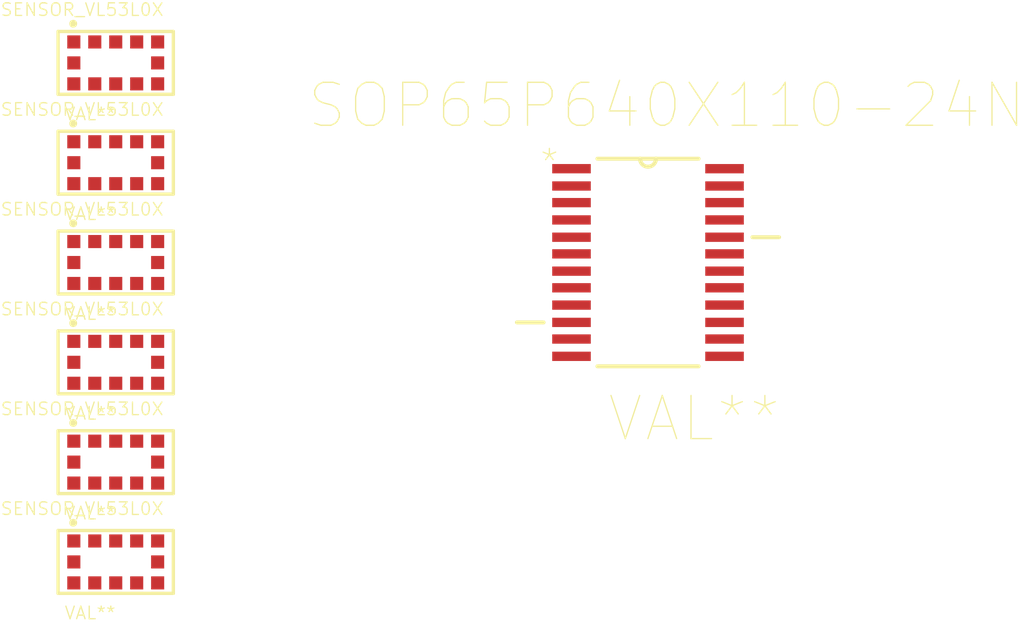
<source format=kicad_pcb>
(kicad_pcb (version 20171130) (host pcbnew 5.0.1-33cea8e~67~ubuntu16.04.1)

  (general
    (thickness 1.6)
    (drawings 0)
    (tracks 0)
    (zones 0)
    (modules 7)
    (nets 1)
  )

  (page A4)
  (layers
    (0 F.Cu signal)
    (31 B.Cu signal)
    (32 B.Adhes user)
    (33 F.Adhes user)
    (34 B.Paste user)
    (35 F.Paste user)
    (36 B.SilkS user)
    (37 F.SilkS user)
    (38 B.Mask user)
    (39 F.Mask user)
    (40 Dwgs.User user)
    (41 Cmts.User user)
    (42 Eco1.User user)
    (43 Eco2.User user)
    (44 Edge.Cuts user)
    (45 Margin user)
    (46 B.CrtYd user)
    (47 F.CrtYd user)
    (48 B.Fab user)
    (49 F.Fab user)
  )

  (setup
    (last_trace_width 0.25)
    (trace_clearance 0.2)
    (zone_clearance 0.508)
    (zone_45_only no)
    (trace_min 0.2)
    (segment_width 0.2)
    (edge_width 0.15)
    (via_size 0.8)
    (via_drill 0.4)
    (via_min_size 0.4)
    (via_min_drill 0.3)
    (uvia_size 0.3)
    (uvia_drill 0.1)
    (uvias_allowed no)
    (uvia_min_size 0.2)
    (uvia_min_drill 0.1)
    (pcb_text_width 0.3)
    (pcb_text_size 1.5 1.5)
    (mod_edge_width 0.15)
    (mod_text_size 1 1)
    (mod_text_width 0.15)
    (pad_size 1.524 1.524)
    (pad_drill 0.762)
    (pad_to_mask_clearance 0.051)
    (solder_mask_min_width 0.25)
    (aux_axis_origin 0 0)
    (visible_elements FFFFFF7F)
    (pcbplotparams
      (layerselection 0x010fc_ffffffff)
      (usegerberextensions false)
      (usegerberattributes false)
      (usegerberadvancedattributes false)
      (creategerberjobfile false)
      (excludeedgelayer true)
      (linewidth 0.100000)
      (plotframeref false)
      (viasonmask false)
      (mode 1)
      (useauxorigin false)
      (hpglpennumber 1)
      (hpglpenspeed 20)
      (hpglpendiameter 15.000000)
      (psnegative false)
      (psa4output false)
      (plotreference true)
      (plotvalue true)
      (plotinvisibletext false)
      (padsonsilk false)
      (subtractmaskfromsilk false)
      (outputformat 1)
      (mirror false)
      (drillshape 1)
      (scaleselection 1)
      (outputdirectory ""))
  )

  (net 0 "")

  (net_class Default "This is the default net class."
    (clearance 0.2)
    (trace_width 0.25)
    (via_dia 0.8)
    (via_drill 0.4)
    (uvia_dia 0.3)
    (uvia_drill 0.1)
  )

  (module VL53L0X:SENSOR_VL53L0X (layer F.Cu) (tedit 0) (tstamp 5BEE6B10)
    (at 74.93 138.43)
    (attr smd)
    (fp_text reference SENSOR_VL53L0X (at -1.28125 -2.03251) (layer F.SilkS)
      (effects (font (size 0.480166 0.480166) (thickness 0.05)))
    )
    (fp_text value VAL** (at -0.977287 1.94777) (layer F.SilkS)
      (effects (font (size 0.480634 0.480634) (thickness 0.05)))
    )
    (fp_line (start 2.2 1.2) (end 2.2 -1.2) (layer Dwgs.User) (width 0.127))
    (fp_line (start 2.2 -1.2) (end -2.2 -1.2) (layer Dwgs.User) (width 0.127))
    (fp_line (start -2.2 -1.2) (end -2.2 1.2) (layer Dwgs.User) (width 0.127))
    (fp_line (start -2.2 1.2) (end 2.2 1.2) (layer Dwgs.User) (width 0.127))
    (fp_line (start 2.2 1.2) (end 2.2 -1.2) (layer F.SilkS) (width 0.127))
    (fp_line (start 2.2 -1.2) (end -2.2 -1.2) (layer F.SilkS) (width 0.127))
    (fp_line (start -2.2 -1.2) (end -2.2 1.2) (layer F.SilkS) (width 0.127))
    (fp_line (start -2.2 1.2) (end 2.2 1.2) (layer F.SilkS) (width 0.127))
    (fp_line (start 2.45 1.45) (end 2.45 -1.45) (layer Eco1.User) (width 0.05))
    (fp_line (start 2.45 -1.45) (end -2.45 -1.45) (layer Eco1.User) (width 0.05))
    (fp_line (start -2.45 -1.45) (end -2.45 1.45) (layer Eco1.User) (width 0.05))
    (fp_line (start -2.45 1.45) (end 2.45 1.45) (layer Eco1.User) (width 0.05))
    (fp_circle (center -1.623 -1.496) (end -1.548 -1.496) (layer F.SilkS) (width 0.15))
    (pad 1 smd rect (at -1.6 -0.8 180) (size 0.5 0.5) (layers F.Cu F.Paste F.Mask))
    (pad 2 smd rect (at -0.8 -0.8 180) (size 0.5 0.5) (layers F.Cu F.Paste F.Mask))
    (pad 3 smd rect (at 0 -0.8 180) (size 0.5 0.5) (layers F.Cu F.Paste F.Mask))
    (pad 4 smd rect (at 0.8 -0.8 180) (size 0.5 0.5) (layers F.Cu F.Paste F.Mask))
    (pad 5 smd rect (at 1.6 -0.8 180) (size 0.5 0.5) (layers F.Cu F.Paste F.Mask))
    (pad 6 smd rect (at 1.6 0 180) (size 0.5 0.5) (layers F.Cu F.Paste F.Mask))
    (pad 7 smd rect (at 1.6 0.8 180) (size 0.5 0.5) (layers F.Cu F.Paste F.Mask))
    (pad 8 smd rect (at 0.8 0.8 180) (size 0.5 0.5) (layers F.Cu F.Paste F.Mask))
    (pad 9 smd rect (at 0 0.8 180) (size 0.5 0.5) (layers F.Cu F.Paste F.Mask))
    (pad 10 smd rect (at -0.8 0.8 180) (size 0.5 0.5) (layers F.Cu F.Paste F.Mask))
    (pad 11 smd rect (at -1.6 0.8 180) (size 0.5 0.5) (layers F.Cu F.Paste F.Mask))
    (pad 12 smd rect (at -1.6 0 180) (size 0.5 0.5) (layers F.Cu F.Paste F.Mask))
  )

  (module VL53L0X:SENSOR_VL53L0X (layer F.Cu) (tedit 0) (tstamp 5BE63E78)
    (at 74.93 119.38)
    (attr smd)
    (fp_text reference SENSOR_VL53L0X (at -1.28125 -2.03251) (layer F.SilkS)
      (effects (font (size 0.480166 0.480166) (thickness 0.05)))
    )
    (fp_text value VAL** (at -0.977287 1.94777) (layer F.SilkS)
      (effects (font (size 0.480634 0.480634) (thickness 0.05)))
    )
    (fp_circle (center -1.623 -1.496) (end -1.548 -1.496) (layer F.SilkS) (width 0.15))
    (fp_line (start -2.45 1.45) (end 2.45 1.45) (layer Eco1.User) (width 0.05))
    (fp_line (start -2.45 -1.45) (end -2.45 1.45) (layer Eco1.User) (width 0.05))
    (fp_line (start 2.45 -1.45) (end -2.45 -1.45) (layer Eco1.User) (width 0.05))
    (fp_line (start 2.45 1.45) (end 2.45 -1.45) (layer Eco1.User) (width 0.05))
    (fp_line (start -2.2 1.2) (end 2.2 1.2) (layer F.SilkS) (width 0.127))
    (fp_line (start -2.2 -1.2) (end -2.2 1.2) (layer F.SilkS) (width 0.127))
    (fp_line (start 2.2 -1.2) (end -2.2 -1.2) (layer F.SilkS) (width 0.127))
    (fp_line (start 2.2 1.2) (end 2.2 -1.2) (layer F.SilkS) (width 0.127))
    (fp_line (start -2.2 1.2) (end 2.2 1.2) (layer Dwgs.User) (width 0.127))
    (fp_line (start -2.2 -1.2) (end -2.2 1.2) (layer Dwgs.User) (width 0.127))
    (fp_line (start 2.2 -1.2) (end -2.2 -1.2) (layer Dwgs.User) (width 0.127))
    (fp_line (start 2.2 1.2) (end 2.2 -1.2) (layer Dwgs.User) (width 0.127))
    (pad 12 smd rect (at -1.6 0 180) (size 0.5 0.5) (layers F.Cu F.Paste F.Mask))
    (pad 11 smd rect (at -1.6 0.8 180) (size 0.5 0.5) (layers F.Cu F.Paste F.Mask))
    (pad 10 smd rect (at -0.8 0.8 180) (size 0.5 0.5) (layers F.Cu F.Paste F.Mask))
    (pad 9 smd rect (at 0 0.8 180) (size 0.5 0.5) (layers F.Cu F.Paste F.Mask))
    (pad 8 smd rect (at 0.8 0.8 180) (size 0.5 0.5) (layers F.Cu F.Paste F.Mask))
    (pad 7 smd rect (at 1.6 0.8 180) (size 0.5 0.5) (layers F.Cu F.Paste F.Mask))
    (pad 6 smd rect (at 1.6 0 180) (size 0.5 0.5) (layers F.Cu F.Paste F.Mask))
    (pad 5 smd rect (at 1.6 -0.8 180) (size 0.5 0.5) (layers F.Cu F.Paste F.Mask))
    (pad 4 smd rect (at 0.8 -0.8 180) (size 0.5 0.5) (layers F.Cu F.Paste F.Mask))
    (pad 3 smd rect (at 0 -0.8 180) (size 0.5 0.5) (layers F.Cu F.Paste F.Mask))
    (pad 2 smd rect (at -0.8 -0.8 180) (size 0.5 0.5) (layers F.Cu F.Paste F.Mask))
    (pad 1 smd rect (at -1.6 -0.8 180) (size 0.5 0.5) (layers F.Cu F.Paste F.Mask))
  )

  (module VL53L0X:SENSOR_VL53L0X (layer F.Cu) (tedit 0) (tstamp 5BE63EB1)
    (at 74.93 123.19)
    (attr smd)
    (fp_text reference SENSOR_VL53L0X (at -1.28125 -2.03251) (layer F.SilkS)
      (effects (font (size 0.480166 0.480166) (thickness 0.05)))
    )
    (fp_text value VAL** (at -0.977287 1.94777) (layer F.SilkS)
      (effects (font (size 0.480634 0.480634) (thickness 0.05)))
    )
    (fp_circle (center -1.623 -1.496) (end -1.548 -1.496) (layer F.SilkS) (width 0.15))
    (fp_line (start -2.45 1.45) (end 2.45 1.45) (layer Eco1.User) (width 0.05))
    (fp_line (start -2.45 -1.45) (end -2.45 1.45) (layer Eco1.User) (width 0.05))
    (fp_line (start 2.45 -1.45) (end -2.45 -1.45) (layer Eco1.User) (width 0.05))
    (fp_line (start 2.45 1.45) (end 2.45 -1.45) (layer Eco1.User) (width 0.05))
    (fp_line (start -2.2 1.2) (end 2.2 1.2) (layer F.SilkS) (width 0.127))
    (fp_line (start -2.2 -1.2) (end -2.2 1.2) (layer F.SilkS) (width 0.127))
    (fp_line (start 2.2 -1.2) (end -2.2 -1.2) (layer F.SilkS) (width 0.127))
    (fp_line (start 2.2 1.2) (end 2.2 -1.2) (layer F.SilkS) (width 0.127))
    (fp_line (start -2.2 1.2) (end 2.2 1.2) (layer Dwgs.User) (width 0.127))
    (fp_line (start -2.2 -1.2) (end -2.2 1.2) (layer Dwgs.User) (width 0.127))
    (fp_line (start 2.2 -1.2) (end -2.2 -1.2) (layer Dwgs.User) (width 0.127))
    (fp_line (start 2.2 1.2) (end 2.2 -1.2) (layer Dwgs.User) (width 0.127))
    (pad 12 smd rect (at -1.6 0 180) (size 0.5 0.5) (layers F.Cu F.Paste F.Mask))
    (pad 11 smd rect (at -1.6 0.8 180) (size 0.5 0.5) (layers F.Cu F.Paste F.Mask))
    (pad 10 smd rect (at -0.8 0.8 180) (size 0.5 0.5) (layers F.Cu F.Paste F.Mask))
    (pad 9 smd rect (at 0 0.8 180) (size 0.5 0.5) (layers F.Cu F.Paste F.Mask))
    (pad 8 smd rect (at 0.8 0.8 180) (size 0.5 0.5) (layers F.Cu F.Paste F.Mask))
    (pad 7 smd rect (at 1.6 0.8 180) (size 0.5 0.5) (layers F.Cu F.Paste F.Mask))
    (pad 6 smd rect (at 1.6 0 180) (size 0.5 0.5) (layers F.Cu F.Paste F.Mask))
    (pad 5 smd rect (at 1.6 -0.8 180) (size 0.5 0.5) (layers F.Cu F.Paste F.Mask))
    (pad 4 smd rect (at 0.8 -0.8 180) (size 0.5 0.5) (layers F.Cu F.Paste F.Mask))
    (pad 3 smd rect (at 0 -0.8 180) (size 0.5 0.5) (layers F.Cu F.Paste F.Mask))
    (pad 2 smd rect (at -0.8 -0.8 180) (size 0.5 0.5) (layers F.Cu F.Paste F.Mask))
    (pad 1 smd rect (at -1.6 -0.8 180) (size 0.5 0.5) (layers F.Cu F.Paste F.Mask))
  )

  (module VL53L0X:SENSOR_VL53L0X (layer F.Cu) (tedit 0) (tstamp 5BE63EEA)
    (at 74.93 127)
    (attr smd)
    (fp_text reference SENSOR_VL53L0X (at -1.28125 -2.03251) (layer F.SilkS)
      (effects (font (size 0.480166 0.480166) (thickness 0.05)))
    )
    (fp_text value VAL** (at -0.977287 1.94777) (layer F.SilkS)
      (effects (font (size 0.480634 0.480634) (thickness 0.05)))
    )
    (fp_circle (center -1.623 -1.496) (end -1.548 -1.496) (layer F.SilkS) (width 0.15))
    (fp_line (start -2.45 1.45) (end 2.45 1.45) (layer Eco1.User) (width 0.05))
    (fp_line (start -2.45 -1.45) (end -2.45 1.45) (layer Eco1.User) (width 0.05))
    (fp_line (start 2.45 -1.45) (end -2.45 -1.45) (layer Eco1.User) (width 0.05))
    (fp_line (start 2.45 1.45) (end 2.45 -1.45) (layer Eco1.User) (width 0.05))
    (fp_line (start -2.2 1.2) (end 2.2 1.2) (layer F.SilkS) (width 0.127))
    (fp_line (start -2.2 -1.2) (end -2.2 1.2) (layer F.SilkS) (width 0.127))
    (fp_line (start 2.2 -1.2) (end -2.2 -1.2) (layer F.SilkS) (width 0.127))
    (fp_line (start 2.2 1.2) (end 2.2 -1.2) (layer F.SilkS) (width 0.127))
    (fp_line (start -2.2 1.2) (end 2.2 1.2) (layer Dwgs.User) (width 0.127))
    (fp_line (start -2.2 -1.2) (end -2.2 1.2) (layer Dwgs.User) (width 0.127))
    (fp_line (start 2.2 -1.2) (end -2.2 -1.2) (layer Dwgs.User) (width 0.127))
    (fp_line (start 2.2 1.2) (end 2.2 -1.2) (layer Dwgs.User) (width 0.127))
    (pad 12 smd rect (at -1.6 0 180) (size 0.5 0.5) (layers F.Cu F.Paste F.Mask))
    (pad 11 smd rect (at -1.6 0.8 180) (size 0.5 0.5) (layers F.Cu F.Paste F.Mask))
    (pad 10 smd rect (at -0.8 0.8 180) (size 0.5 0.5) (layers F.Cu F.Paste F.Mask))
    (pad 9 smd rect (at 0 0.8 180) (size 0.5 0.5) (layers F.Cu F.Paste F.Mask))
    (pad 8 smd rect (at 0.8 0.8 180) (size 0.5 0.5) (layers F.Cu F.Paste F.Mask))
    (pad 7 smd rect (at 1.6 0.8 180) (size 0.5 0.5) (layers F.Cu F.Paste F.Mask))
    (pad 6 smd rect (at 1.6 0 180) (size 0.5 0.5) (layers F.Cu F.Paste F.Mask))
    (pad 5 smd rect (at 1.6 -0.8 180) (size 0.5 0.5) (layers F.Cu F.Paste F.Mask))
    (pad 4 smd rect (at 0.8 -0.8 180) (size 0.5 0.5) (layers F.Cu F.Paste F.Mask))
    (pad 3 smd rect (at 0 -0.8 180) (size 0.5 0.5) (layers F.Cu F.Paste F.Mask))
    (pad 2 smd rect (at -0.8 -0.8 180) (size 0.5 0.5) (layers F.Cu F.Paste F.Mask))
    (pad 1 smd rect (at -1.6 -0.8 180) (size 0.5 0.5) (layers F.Cu F.Paste F.Mask))
  )

  (module VL53L0X:SENSOR_VL53L0X (layer F.Cu) (tedit 0) (tstamp 5BE63F23)
    (at 74.93 130.81)
    (attr smd)
    (fp_text reference SENSOR_VL53L0X (at -1.28125 -2.03251) (layer F.SilkS)
      (effects (font (size 0.480166 0.480166) (thickness 0.05)))
    )
    (fp_text value VAL** (at -0.977287 1.94777) (layer F.SilkS)
      (effects (font (size 0.480634 0.480634) (thickness 0.05)))
    )
    (fp_circle (center -1.623 -1.496) (end -1.548 -1.496) (layer F.SilkS) (width 0.15))
    (fp_line (start -2.45 1.45) (end 2.45 1.45) (layer Eco1.User) (width 0.05))
    (fp_line (start -2.45 -1.45) (end -2.45 1.45) (layer Eco1.User) (width 0.05))
    (fp_line (start 2.45 -1.45) (end -2.45 -1.45) (layer Eco1.User) (width 0.05))
    (fp_line (start 2.45 1.45) (end 2.45 -1.45) (layer Eco1.User) (width 0.05))
    (fp_line (start -2.2 1.2) (end 2.2 1.2) (layer F.SilkS) (width 0.127))
    (fp_line (start -2.2 -1.2) (end -2.2 1.2) (layer F.SilkS) (width 0.127))
    (fp_line (start 2.2 -1.2) (end -2.2 -1.2) (layer F.SilkS) (width 0.127))
    (fp_line (start 2.2 1.2) (end 2.2 -1.2) (layer F.SilkS) (width 0.127))
    (fp_line (start -2.2 1.2) (end 2.2 1.2) (layer Dwgs.User) (width 0.127))
    (fp_line (start -2.2 -1.2) (end -2.2 1.2) (layer Dwgs.User) (width 0.127))
    (fp_line (start 2.2 -1.2) (end -2.2 -1.2) (layer Dwgs.User) (width 0.127))
    (fp_line (start 2.2 1.2) (end 2.2 -1.2) (layer Dwgs.User) (width 0.127))
    (pad 12 smd rect (at -1.6 0 180) (size 0.5 0.5) (layers F.Cu F.Paste F.Mask))
    (pad 11 smd rect (at -1.6 0.8 180) (size 0.5 0.5) (layers F.Cu F.Paste F.Mask))
    (pad 10 smd rect (at -0.8 0.8 180) (size 0.5 0.5) (layers F.Cu F.Paste F.Mask))
    (pad 9 smd rect (at 0 0.8 180) (size 0.5 0.5) (layers F.Cu F.Paste F.Mask))
    (pad 8 smd rect (at 0.8 0.8 180) (size 0.5 0.5) (layers F.Cu F.Paste F.Mask))
    (pad 7 smd rect (at 1.6 0.8 180) (size 0.5 0.5) (layers F.Cu F.Paste F.Mask))
    (pad 6 smd rect (at 1.6 0 180) (size 0.5 0.5) (layers F.Cu F.Paste F.Mask))
    (pad 5 smd rect (at 1.6 -0.8 180) (size 0.5 0.5) (layers F.Cu F.Paste F.Mask))
    (pad 4 smd rect (at 0.8 -0.8 180) (size 0.5 0.5) (layers F.Cu F.Paste F.Mask))
    (pad 3 smd rect (at 0 -0.8 180) (size 0.5 0.5) (layers F.Cu F.Paste F.Mask))
    (pad 2 smd rect (at -0.8 -0.8 180) (size 0.5 0.5) (layers F.Cu F.Paste F.Mask))
    (pad 1 smd rect (at -1.6 -0.8 180) (size 0.5 0.5) (layers F.Cu F.Paste F.Mask))
  )

  (module VL53L0X:SENSOR_VL53L0X (layer F.Cu) (tedit 0) (tstamp 5BE63F5C)
    (at 74.93 134.62)
    (attr smd)
    (fp_text reference SENSOR_VL53L0X (at -1.28125 -2.03251) (layer F.SilkS)
      (effects (font (size 0.480166 0.480166) (thickness 0.05)))
    )
    (fp_text value VAL** (at -0.977287 1.94777) (layer F.SilkS)
      (effects (font (size 0.480634 0.480634) (thickness 0.05)))
    )
    (fp_circle (center -1.623 -1.496) (end -1.548 -1.496) (layer F.SilkS) (width 0.15))
    (fp_line (start -2.45 1.45) (end 2.45 1.45) (layer Eco1.User) (width 0.05))
    (fp_line (start -2.45 -1.45) (end -2.45 1.45) (layer Eco1.User) (width 0.05))
    (fp_line (start 2.45 -1.45) (end -2.45 -1.45) (layer Eco1.User) (width 0.05))
    (fp_line (start 2.45 1.45) (end 2.45 -1.45) (layer Eco1.User) (width 0.05))
    (fp_line (start -2.2 1.2) (end 2.2 1.2) (layer F.SilkS) (width 0.127))
    (fp_line (start -2.2 -1.2) (end -2.2 1.2) (layer F.SilkS) (width 0.127))
    (fp_line (start 2.2 -1.2) (end -2.2 -1.2) (layer F.SilkS) (width 0.127))
    (fp_line (start 2.2 1.2) (end 2.2 -1.2) (layer F.SilkS) (width 0.127))
    (fp_line (start -2.2 1.2) (end 2.2 1.2) (layer Dwgs.User) (width 0.127))
    (fp_line (start -2.2 -1.2) (end -2.2 1.2) (layer Dwgs.User) (width 0.127))
    (fp_line (start 2.2 -1.2) (end -2.2 -1.2) (layer Dwgs.User) (width 0.127))
    (fp_line (start 2.2 1.2) (end 2.2 -1.2) (layer Dwgs.User) (width 0.127))
    (pad 12 smd rect (at -1.6 0 180) (size 0.5 0.5) (layers F.Cu F.Paste F.Mask))
    (pad 11 smd rect (at -1.6 0.8 180) (size 0.5 0.5) (layers F.Cu F.Paste F.Mask))
    (pad 10 smd rect (at -0.8 0.8 180) (size 0.5 0.5) (layers F.Cu F.Paste F.Mask))
    (pad 9 smd rect (at 0 0.8 180) (size 0.5 0.5) (layers F.Cu F.Paste F.Mask))
    (pad 8 smd rect (at 0.8 0.8 180) (size 0.5 0.5) (layers F.Cu F.Paste F.Mask))
    (pad 7 smd rect (at 1.6 0.8 180) (size 0.5 0.5) (layers F.Cu F.Paste F.Mask))
    (pad 6 smd rect (at 1.6 0 180) (size 0.5 0.5) (layers F.Cu F.Paste F.Mask))
    (pad 5 smd rect (at 1.6 -0.8 180) (size 0.5 0.5) (layers F.Cu F.Paste F.Mask))
    (pad 4 smd rect (at 0.8 -0.8 180) (size 0.5 0.5) (layers F.Cu F.Paste F.Mask))
    (pad 3 smd rect (at 0 -0.8 180) (size 0.5 0.5) (layers F.Cu F.Paste F.Mask))
    (pad 2 smd rect (at -0.8 -0.8 180) (size 0.5 0.5) (layers F.Cu F.Paste F.Mask))
    (pad 1 smd rect (at -1.6 -0.8 180) (size 0.5 0.5) (layers F.Cu F.Paste F.Mask))
  )

  (module TCA9548APWR:SOP65P640X110-24N (layer F.Cu) (tedit 0) (tstamp 5BEB9859)
    (at 95.25 127)
    (attr smd)
    (fp_text reference SOP65P640X110-24N (at 0.71133 -5.99544) (layer F.SilkS)
      (effects (font (size 1.64028 1.64028) (thickness 0.05)))
    )
    (fp_text value VAL** (at 1.75819 5.96258) (layer F.SilkS)
      (effects (font (size 1.64524 1.64524) (thickness 0.05)))
    )
    (fp_text user * (at -3.76419 -3.81505) (layer Edge.Cuts)
      (effects (font (size 1 1) (thickness 0.05)))
    )
    (fp_arc (start 0 -3.9624) (end -0.3048 -3.9624) (angle -180) (layer Dwgs.User) (width 0.1))
    (fp_line (start -2.2606 -3.9624) (end -2.2606 3.9624) (layer Dwgs.User) (width 0.1))
    (fp_line (start -0.3048 -3.9624) (end -2.2606 -3.9624) (layer Dwgs.User) (width 0.1))
    (fp_line (start 0.3048 -3.9624) (end -0.3048 -3.9624) (layer Dwgs.User) (width 0.1))
    (fp_line (start 2.2606 -3.9624) (end 0.3048 -3.9624) (layer Dwgs.User) (width 0.1))
    (fp_line (start 2.2606 3.9624) (end 2.2606 -3.9624) (layer Dwgs.User) (width 0.1))
    (fp_line (start -2.2606 3.9624) (end 2.2606 3.9624) (layer Dwgs.User) (width 0.1))
    (fp_line (start 3.302 -3.7338) (end 2.2606 -3.7338) (layer Dwgs.User) (width 0.1))
    (fp_line (start 3.302 -3.429) (end 3.302 -3.7338) (layer Dwgs.User) (width 0.1))
    (fp_line (start 2.2606 -3.429) (end 3.302 -3.429) (layer Dwgs.User) (width 0.1))
    (fp_line (start 2.2606 -3.7338) (end 2.2606 -3.429) (layer Dwgs.User) (width 0.1))
    (fp_line (start 3.302 -3.0734) (end 2.2606 -3.0734) (layer Dwgs.User) (width 0.1))
    (fp_line (start 3.302 -2.7686) (end 3.302 -3.0734) (layer Dwgs.User) (width 0.1))
    (fp_line (start 2.2606 -2.7686) (end 3.302 -2.7686) (layer Dwgs.User) (width 0.1))
    (fp_line (start 2.2606 -3.0734) (end 2.2606 -2.7686) (layer Dwgs.User) (width 0.1))
    (fp_line (start 3.302 -2.4384) (end 2.2606 -2.4384) (layer Dwgs.User) (width 0.1))
    (fp_line (start 3.302 -2.1336) (end 3.302 -2.4384) (layer Dwgs.User) (width 0.1))
    (fp_line (start 2.2606 -2.1336) (end 3.302 -2.1336) (layer Dwgs.User) (width 0.1))
    (fp_line (start 2.2606 -2.4384) (end 2.2606 -2.1336) (layer Dwgs.User) (width 0.1))
    (fp_line (start 3.302 -1.778) (end 2.2606 -1.778) (layer Dwgs.User) (width 0.1))
    (fp_line (start 3.302 -1.4732) (end 3.302 -1.778) (layer Dwgs.User) (width 0.1))
    (fp_line (start 2.2606 -1.4732) (end 3.302 -1.4732) (layer Dwgs.User) (width 0.1))
    (fp_line (start 2.2606 -1.778) (end 2.2606 -1.4732) (layer Dwgs.User) (width 0.1))
    (fp_line (start 3.302 -1.1176) (end 2.2606 -1.1176) (layer Dwgs.User) (width 0.1))
    (fp_line (start 3.302 -0.8128) (end 3.302 -1.1176) (layer Dwgs.User) (width 0.1))
    (fp_line (start 2.2606 -0.8128) (end 3.302 -0.8128) (layer Dwgs.User) (width 0.1))
    (fp_line (start 2.2606 -1.1176) (end 2.2606 -0.8128) (layer Dwgs.User) (width 0.1))
    (fp_line (start 3.302 -0.4826) (end 2.2606 -0.4826) (layer Dwgs.User) (width 0.1))
    (fp_line (start 3.302 -0.1778) (end 3.302 -0.4826) (layer Dwgs.User) (width 0.1))
    (fp_line (start 2.2606 -0.1778) (end 3.302 -0.1778) (layer Dwgs.User) (width 0.1))
    (fp_line (start 2.2606 -0.4826) (end 2.2606 -0.1778) (layer Dwgs.User) (width 0.1))
    (fp_line (start 3.302 0.1778) (end 2.2606 0.1778) (layer Dwgs.User) (width 0.1))
    (fp_line (start 3.302 0.4826) (end 3.302 0.1778) (layer Dwgs.User) (width 0.1))
    (fp_line (start 2.2606 0.4826) (end 3.302 0.4826) (layer Dwgs.User) (width 0.1))
    (fp_line (start 2.2606 0.1778) (end 2.2606 0.4826) (layer Dwgs.User) (width 0.1))
    (fp_line (start 3.302 0.8128) (end 2.2606 0.8128) (layer Dwgs.User) (width 0.1))
    (fp_line (start 3.302 1.1176) (end 3.302 0.8128) (layer Dwgs.User) (width 0.1))
    (fp_line (start 2.2606 1.1176) (end 3.302 1.1176) (layer Dwgs.User) (width 0.1))
    (fp_line (start 2.2606 0.8128) (end 2.2606 1.1176) (layer Dwgs.User) (width 0.1))
    (fp_line (start 3.302 1.4732) (end 2.2606 1.4732) (layer Dwgs.User) (width 0.1))
    (fp_line (start 3.302 1.778) (end 3.302 1.4732) (layer Dwgs.User) (width 0.1))
    (fp_line (start 2.2606 1.778) (end 3.302 1.778) (layer Dwgs.User) (width 0.1))
    (fp_line (start 2.2606 1.4732) (end 2.2606 1.778) (layer Dwgs.User) (width 0.1))
    (fp_line (start 3.302 2.1336) (end 2.2606 2.1336) (layer Dwgs.User) (width 0.1))
    (fp_line (start 3.302 2.4384) (end 3.302 2.1336) (layer Dwgs.User) (width 0.1))
    (fp_line (start 2.2606 2.4384) (end 3.302 2.4384) (layer Dwgs.User) (width 0.1))
    (fp_line (start 2.2606 2.1336) (end 2.2606 2.4384) (layer Dwgs.User) (width 0.1))
    (fp_line (start 3.302 2.7686) (end 2.2606 2.7686) (layer Dwgs.User) (width 0.1))
    (fp_line (start 3.302 3.0734) (end 3.302 2.7686) (layer Dwgs.User) (width 0.1))
    (fp_line (start 2.2606 3.0734) (end 3.302 3.0734) (layer Dwgs.User) (width 0.1))
    (fp_line (start 2.2606 2.7686) (end 2.2606 3.0734) (layer Dwgs.User) (width 0.1))
    (fp_line (start 3.302 3.429) (end 2.2606 3.429) (layer Dwgs.User) (width 0.1))
    (fp_line (start 3.302 3.7338) (end 3.302 3.429) (layer Dwgs.User) (width 0.1))
    (fp_line (start 2.2606 3.7338) (end 3.302 3.7338) (layer Dwgs.User) (width 0.1))
    (fp_line (start 2.2606 3.429) (end 2.2606 3.7338) (layer Dwgs.User) (width 0.1))
    (fp_line (start -3.302 3.7338) (end -2.2606 3.7338) (layer Dwgs.User) (width 0.1))
    (fp_line (start -3.302 3.429) (end -3.302 3.7338) (layer Dwgs.User) (width 0.1))
    (fp_line (start -2.2606 3.429) (end -3.302 3.429) (layer Dwgs.User) (width 0.1))
    (fp_line (start -2.2606 3.7338) (end -2.2606 3.429) (layer Dwgs.User) (width 0.1))
    (fp_line (start -3.302 3.0734) (end -2.2606 3.0734) (layer Dwgs.User) (width 0.1))
    (fp_line (start -3.302 2.7686) (end -3.302 3.0734) (layer Dwgs.User) (width 0.1))
    (fp_line (start -2.2606 2.7686) (end -3.302 2.7686) (layer Dwgs.User) (width 0.1))
    (fp_line (start -2.2606 3.0734) (end -2.2606 2.7686) (layer Dwgs.User) (width 0.1))
    (fp_line (start -3.302 2.4384) (end -2.2606 2.4384) (layer Dwgs.User) (width 0.1))
    (fp_line (start -3.302 2.1336) (end -3.302 2.4384) (layer Dwgs.User) (width 0.1))
    (fp_line (start -2.2606 2.1336) (end -3.302 2.1336) (layer Dwgs.User) (width 0.1))
    (fp_line (start -2.2606 2.4384) (end -2.2606 2.1336) (layer Dwgs.User) (width 0.1))
    (fp_line (start -3.302 1.778) (end -2.2606 1.778) (layer Dwgs.User) (width 0.1))
    (fp_line (start -3.302 1.4732) (end -3.302 1.778) (layer Dwgs.User) (width 0.1))
    (fp_line (start -2.2606 1.4732) (end -3.302 1.4732) (layer Dwgs.User) (width 0.1))
    (fp_line (start -2.2606 1.778) (end -2.2606 1.4732) (layer Dwgs.User) (width 0.1))
    (fp_line (start -3.302 1.1176) (end -2.2606 1.1176) (layer Dwgs.User) (width 0.1))
    (fp_line (start -3.302 0.8128) (end -3.302 1.1176) (layer Dwgs.User) (width 0.1))
    (fp_line (start -2.2606 0.8128) (end -3.302 0.8128) (layer Dwgs.User) (width 0.1))
    (fp_line (start -2.2606 1.1176) (end -2.2606 0.8128) (layer Dwgs.User) (width 0.1))
    (fp_line (start -3.302 0.4826) (end -2.2606 0.4826) (layer Dwgs.User) (width 0.1))
    (fp_line (start -3.302 0.1778) (end -3.302 0.4826) (layer Dwgs.User) (width 0.1))
    (fp_line (start -2.2606 0.1778) (end -3.302 0.1778) (layer Dwgs.User) (width 0.1))
    (fp_line (start -2.2606 0.4826) (end -2.2606 0.1778) (layer Dwgs.User) (width 0.1))
    (fp_line (start -3.302 -0.1778) (end -2.2606 -0.1778) (layer Dwgs.User) (width 0.1))
    (fp_line (start -3.302 -0.4826) (end -3.302 -0.1778) (layer Dwgs.User) (width 0.1))
    (fp_line (start -2.2606 -0.4826) (end -3.302 -0.4826) (layer Dwgs.User) (width 0.1))
    (fp_line (start -2.2606 -0.1778) (end -2.2606 -0.4826) (layer Dwgs.User) (width 0.1))
    (fp_line (start -3.302 -0.8128) (end -2.2606 -0.8128) (layer Dwgs.User) (width 0.1))
    (fp_line (start -3.302 -1.1176) (end -3.302 -0.8128) (layer Dwgs.User) (width 0.1))
    (fp_line (start -2.2606 -1.1176) (end -3.302 -1.1176) (layer Dwgs.User) (width 0.1))
    (fp_line (start -2.2606 -0.8128) (end -2.2606 -1.1176) (layer Dwgs.User) (width 0.1))
    (fp_line (start -3.302 -1.4732) (end -2.2606 -1.4732) (layer Dwgs.User) (width 0.1))
    (fp_line (start -3.302 -1.778) (end -3.302 -1.4732) (layer Dwgs.User) (width 0.1))
    (fp_line (start -2.2606 -1.778) (end -3.302 -1.778) (layer Dwgs.User) (width 0.1))
    (fp_line (start -2.2606 -1.4732) (end -2.2606 -1.778) (layer Dwgs.User) (width 0.1))
    (fp_line (start -3.302 -2.1336) (end -2.2606 -2.1336) (layer Dwgs.User) (width 0.1))
    (fp_line (start -3.302 -2.4384) (end -3.302 -2.1336) (layer Dwgs.User) (width 0.1))
    (fp_line (start -2.2606 -2.4384) (end -3.302 -2.4384) (layer Dwgs.User) (width 0.1))
    (fp_line (start -2.2606 -2.1336) (end -2.2606 -2.4384) (layer Dwgs.User) (width 0.1))
    (fp_line (start -3.302 -2.7686) (end -2.2606 -2.7686) (layer Dwgs.User) (width 0.1))
    (fp_line (start -3.302 -3.0734) (end -3.302 -2.7686) (layer Dwgs.User) (width 0.1))
    (fp_line (start -2.2606 -3.0734) (end -3.302 -3.0734) (layer Dwgs.User) (width 0.1))
    (fp_line (start -2.2606 -2.7686) (end -2.2606 -3.0734) (layer Dwgs.User) (width 0.1))
    (fp_line (start -3.302 -3.429) (end -2.2606 -3.429) (layer Dwgs.User) (width 0.1))
    (fp_line (start -3.302 -3.7338) (end -3.302 -3.429) (layer Dwgs.User) (width 0.1))
    (fp_line (start -2.2606 -3.7338) (end -3.302 -3.7338) (layer Dwgs.User) (width 0.1))
    (fp_line (start -2.2606 -3.429) (end -2.2606 -3.7338) (layer Dwgs.User) (width 0.1))
    (fp_text user * (at -3.76531 -3.81619) (layer F.SilkS)
      (effects (font (size 1 1) (thickness 0.05)))
    )
    (fp_arc (start 0 -3.9624) (end -0.3048 -3.9624) (angle -180) (layer F.SilkS) (width 0.1524))
    (fp_line (start -0.3048 -3.9624) (end -1.9304 -3.9624) (layer F.SilkS) (width 0.1524))
    (fp_line (start 0.3048 -3.9624) (end -0.3048 -3.9624) (layer F.SilkS) (width 0.1524))
    (fp_line (start 1.9304 -3.9624) (end 0.3048 -3.9624) (layer F.SilkS) (width 0.1524))
    (fp_line (start -1.9304 3.9624) (end 1.9304 3.9624) (layer F.SilkS) (width 0.1524))
    (fp_line (start 3.9878 -0.9652) (end 5.0038 -0.9652) (layer F.SilkS) (width 0.1524))
    (fp_line (start -5.0038 2.286) (end -3.9878 2.286) (layer F.SilkS) (width 0.1524))
    (pad 24 smd rect (at 2.921 -3.5814) (size 1.4732 0.3556) (layers F.Cu F.Paste F.Mask))
    (pad 23 smd rect (at 2.921 -2.921) (size 1.4732 0.3556) (layers F.Cu F.Paste F.Mask))
    (pad 22 smd rect (at 2.921 -2.286) (size 1.4732 0.3556) (layers F.Cu F.Paste F.Mask))
    (pad 21 smd rect (at 2.921 -1.6256) (size 1.4732 0.3556) (layers F.Cu F.Paste F.Mask))
    (pad 20 smd rect (at 2.921 -0.9652) (size 1.4732 0.3556) (layers F.Cu F.Paste F.Mask))
    (pad 19 smd rect (at 2.921 -0.3302) (size 1.4732 0.3556) (layers F.Cu F.Paste F.Mask))
    (pad 18 smd rect (at 2.921 0.3302) (size 1.4732 0.3556) (layers F.Cu F.Paste F.Mask))
    (pad 17 smd rect (at 2.921 0.9652) (size 1.4732 0.3556) (layers F.Cu F.Paste F.Mask))
    (pad 16 smd rect (at 2.921 1.6256) (size 1.4732 0.3556) (layers F.Cu F.Paste F.Mask))
    (pad 15 smd rect (at 2.921 2.286) (size 1.4732 0.3556) (layers F.Cu F.Paste F.Mask))
    (pad 14 smd rect (at 2.921 2.921) (size 1.4732 0.3556) (layers F.Cu F.Paste F.Mask))
    (pad 13 smd rect (at 2.921 3.5814) (size 1.4732 0.3556) (layers F.Cu F.Paste F.Mask))
    (pad 12 smd rect (at -2.921 3.5814) (size 1.4732 0.3556) (layers F.Cu F.Paste F.Mask))
    (pad 11 smd rect (at -2.921 2.921) (size 1.4732 0.3556) (layers F.Cu F.Paste F.Mask))
    (pad 10 smd rect (at -2.921 2.286) (size 1.4732 0.3556) (layers F.Cu F.Paste F.Mask))
    (pad 9 smd rect (at -2.921 1.6256) (size 1.4732 0.3556) (layers F.Cu F.Paste F.Mask))
    (pad 8 smd rect (at -2.921 0.9652) (size 1.4732 0.3556) (layers F.Cu F.Paste F.Mask))
    (pad 7 smd rect (at -2.921 0.3302) (size 1.4732 0.3556) (layers F.Cu F.Paste F.Mask))
    (pad 6 smd rect (at -2.921 -0.3302) (size 1.4732 0.3556) (layers F.Cu F.Paste F.Mask))
    (pad 5 smd rect (at -2.921 -0.9652) (size 1.4732 0.3556) (layers F.Cu F.Paste F.Mask))
    (pad 4 smd rect (at -2.921 -1.6256) (size 1.4732 0.3556) (layers F.Cu F.Paste F.Mask))
    (pad 3 smd rect (at -2.921 -2.286) (size 1.4732 0.3556) (layers F.Cu F.Paste F.Mask))
    (pad 2 smd rect (at -2.921 -2.921) (size 1.4732 0.3556) (layers F.Cu F.Paste F.Mask))
    (pad 1 smd rect (at -2.921 -3.5814) (size 1.4732 0.3556) (layers F.Cu F.Paste F.Mask))
  )

)

</source>
